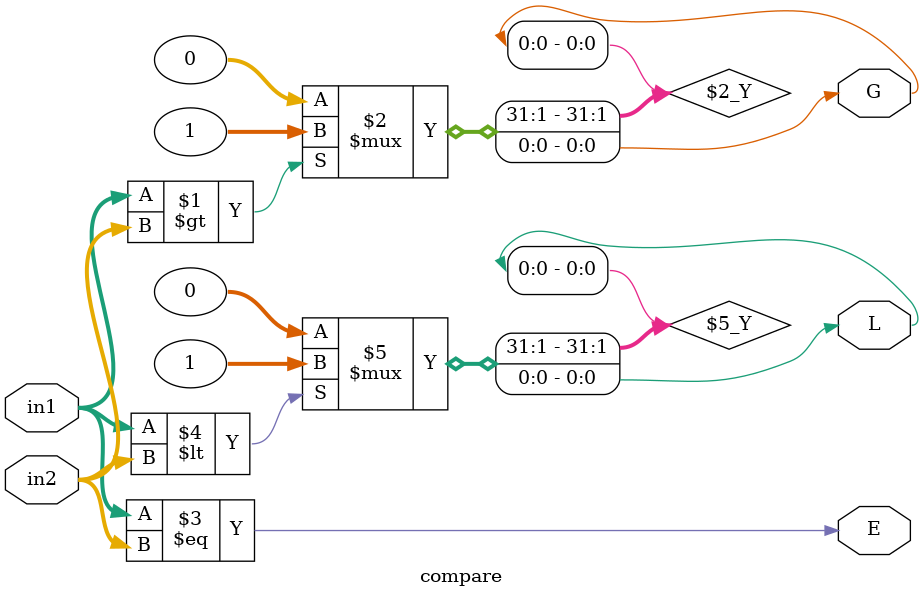
<source format=v>
module datapath(
data_in,
loadA,
loadB,
sel1,
sel2,
sel_in,
G,
E,
L,
clk
);
input [15:0] data_in;
input loadA, loadB, sel1, sel2, sel_in, clk;
output G,E,L;
wire [15:0] wbus, Aout, Bout, MUXL_out, MUXR_out;
wire[15:0] Subout;
wire[15:0] SubA;
wire[15:0] SubB;

// controller CP (.done(done), .loadA(loadA), .loadB(loadB), .sel1(sel1), .sel2(sel2), .sel_in(sel_in), .G(G), .L(L), .E(E), .clk(clk));

pipo PIPOA(.in(wbus), .out(Aout), .load(loadA), .clk(clk));
pipo PIPOB(.in(wbus), .out(Bout), .load(loadB), .clk(clk));
compare COMP(.in1(Aout), .in2(Bout), .G(G), .E(E), .L(L));
MUX MUXL(.in1(Aout), .in2(Bout), .ctrl(sel1), .out(SubA));
MUX MUXR(.in1(Aout), .in2(Bout), .ctrl(sel2), .out(SubB));
subtractor SUB(.in1(SubA), .in2(SubB), .out(Subout));
MUX MUX_in(.in1(Subout), .in2(data_in), .ctrl(sel_in), .out(wbus));

endmodule

module controller(
done,
loadA,
loadB,
sel1,
sel2,
sel_in,
G,
E,
L,
clk,
start
);
input G,E,L, clk, start;
output reg done, sel1, sel2, sel_in, loadA, loadB;
reg[2:0] next_state;
reg[2:0] present_state = S0;

parameter S0 = 3'b000, S1 = 3'b001, S2 = 3'b010, S3 = 3'b011, S4 = 3'b100, S5 = 3'b101;
always @(posedge clk)
    present_state <= next_state;
always @(present_state)
    begin
       case (present_state)
    S0: begin
        #1;
        done = 0;
        sel_in = 1;
        loadA = 1;
        loadB = 0;
        if(start) next_state = S1;
    end
    S1: begin
        #1;
        done = 0;
        sel_in = 1;
        loadA = 0;
        loadB = 1;        
        next_state = S2;
    end
    S2: begin
        #1;
        if(G) begin
            sel_in = 0;
            sel1 = 0;
            sel2 = 1;
            #1;
            loadA = 1;
            loadB = 0;
            // #1;
            done = 0;
            next_state = S3;
        end
         if(L) begin
            sel_in = 0;
            sel1 = 1;
            sel2 = 0;
            #1;
            loadA = 0;
            loadB = 1;
            // #1;
            done = 0;
            next_state = S4;
        end
         if (E) begin
            // sel_in = 0;
            // sel1 = 0;
            // sel2 = 0;
            // #1;
            // loadA = 0;
            // loadB = 0;
            // #1;
            // done = 1;
            next_state = S5;            
        end 
    end
    S3: begin
        #1;
        if(G) begin
            sel_in = 0;
            sel1 = 0;
            sel2 = 1;
            #1;
            loadA = 1;
            loadB = 0;
            // #1;
            done = 0;
            next_state = S3;
        end
         if(L) begin
            sel_in = 0;
            sel1 = 1;
            sel2 = 0;
            #1;
            loadA = 0;
            loadB = 1;
            // #1;
            done = 0;
            next_state = S4;
        end
         if (E) begin
            // sel_in = 0;
            // sel1 = 0;
            // sel2 = 0;
            // #1;
            // loadA = 0;
            // loadB = 0;
            // #1;
            // done = 1;
            next_state = S5;            
        end   
    end
    S4: begin
        #1;
        if(G) begin
            sel_in = 0;
            sel1 = 0;
            sel2 = 1;
            #1;
            loadA = 1;
            loadB = 0;
            // #1;
            done = 0;
            next_state = S3;
        end
         if(L) begin
            sel_in = 0;
            sel1 = 1;
            sel2 = 0;
            #1;
            loadA = 0;
            loadB = 1;
            // #1;
            done = 0;
            next_state = S4;
        end
         if (E) begin
            sel_in = 0;
            sel1 = 0;
            sel2 = 0;
            // #1;
            // loadA = 0;
            // loadB = 0;
            // #1;
            // done = 1;
            next_state = S5;            
        end    
    end
    S5: begin
        // #1;
        done = 1;
        sel_in = 0;
        sel1 = 0;
        sel2 = 0;
        loadA = 0;
        loadB = 0;
        next_state = S5;
    end
    default: begin
        // sel_in = 0;
        // sel1 = 0;
        // sel2 = 0;
        loadA = 0;
        loadB = 0;
        // done = 0;   
        next_state = S0;     
    end
    endcase 
    end
endmodule
module pipo(
in,
out,
load,
clk
);
input [15:0] in;
input clk, load;
output reg [15:0] out;
always @(posedge clk)
begin
    if(load)
        begin
            out <= in;
        end
end
endmodule

module MUX(
in1,
in2,
ctrl,
out
);
input [15:0] in1,in2;
input ctrl;
output [15:0] out;
assign out = (ctrl)?in2:in1;
endmodule

module subtractor(
in1,
in2,
out
);
input [15:0] in1, in2;
output reg [15:0] out;
always @(in1,in2)
    out = in1 - in2;
endmodule

module compare(
in1,
in2,
G,
E,
L
);
input [15:0] in1,in2;
output G,E,L;
assign G = in1>in2?1:0;
assign E = in1==in2;
assign L = in1<in2?1:0;
endmodule
</source>
